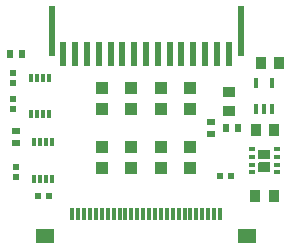
<source format=gtp>
G04*
G04 #@! TF.GenerationSoftware,Altium Limited,Altium Designer,20.0.13 (296)*
G04*
G04 Layer_Color=8421504*
%FSLAX44Y44*%
%MOMM*%
G71*
G01*
G75*
%ADD13R,0.3000X0.8000*%
%ADD14R,1.6500X1.3000*%
%ADD15R,0.3000X1.0000*%
%ADD16R,1.1000X1.1000*%
G04:AMPARAMS|DCode=17|XSize=0.5mm|YSize=0.4mm|CornerRadius=0mm|HoleSize=0mm|Usage=FLASHONLY|Rotation=180.000|XOffset=0mm|YOffset=0mm|HoleType=Round|Shape=RoundedRectangle|*
%AMROUNDEDRECTD17*
21,1,0.5000,0.4000,0,0,180.0*
21,1,0.5000,0.4000,0,0,180.0*
1,1,0.0000,-0.2500,0.2000*
1,1,0.0000,0.2500,0.2000*
1,1,0.0000,0.2500,-0.2000*
1,1,0.0000,-0.2500,-0.2000*
%
%ADD17ROUNDEDRECTD17*%
%ADD18R,0.5500X0.6500*%
%ADD19R,0.9000X1.0000*%
%ADD20R,1.0000X0.9000*%
%ADD21R,0.6500X0.5500*%
%ADD22R,0.6200X0.6200*%
%ADD23R,0.3500X0.8500*%
%ADD24R,0.6200X0.6200*%
%ADD25R,0.6000X4.2000*%
%ADD26R,0.6000X2.0000*%
G36*
X230000Y76750D02*
Y76551D01*
X229848Y76184D01*
X229566Y75902D01*
X229199Y75750D01*
X229000D01*
D01*
X221000D01*
X220801D01*
X220434Y75902D01*
X220152Y76184D01*
X220000Y76551D01*
Y76750D01*
D01*
Y82750D01*
Y82949D01*
X220152Y83316D01*
X220434Y83598D01*
X220801Y83750D01*
X221000D01*
D01*
X229000D01*
X229199D01*
X229566Y83598D01*
X229848Y83316D01*
X230000Y82949D01*
Y82750D01*
D01*
Y76750D01*
D02*
G37*
G36*
X220000Y93250D02*
Y93449D01*
X220152Y93816D01*
X220434Y94098D01*
X220801Y94250D01*
X221000D01*
D01*
X229000D01*
X229199D01*
X229566Y94098D01*
X229848Y93816D01*
X230000Y93449D01*
Y93250D01*
D01*
Y87250D01*
Y87051D01*
X229848Y86684D01*
X229566Y86402D01*
X229199Y86250D01*
X229000D01*
D01*
X221000D01*
X220801D01*
X220434Y86402D01*
X220152Y86684D01*
X220000Y87051D01*
Y87250D01*
D01*
Y93250D01*
D02*
G37*
D13*
X27500Y124500D02*
D03*
X32500D02*
D03*
X37500D02*
D03*
X42500D02*
D03*
X27500Y155500D02*
D03*
X32500D02*
D03*
X37500D02*
D03*
X42500D02*
D03*
X30000Y69500D02*
D03*
X35000D02*
D03*
X40000D02*
D03*
X45000D02*
D03*
X30000Y100500D02*
D03*
X35000D02*
D03*
X40000D02*
D03*
X45000D02*
D03*
D14*
X39840Y21000D02*
D03*
X210340D02*
D03*
D15*
X187590Y40000D02*
D03*
X167590D02*
D03*
X147590D02*
D03*
X127590D02*
D03*
X122590D02*
D03*
X102590D02*
D03*
X82590D02*
D03*
X62590D02*
D03*
X177590D02*
D03*
X182590D02*
D03*
X172590D02*
D03*
X157590D02*
D03*
X162590D02*
D03*
X152590D02*
D03*
X137590D02*
D03*
X142590D02*
D03*
X132590D02*
D03*
X117590D02*
D03*
X112590D02*
D03*
X107590D02*
D03*
X92590D02*
D03*
X97590D02*
D03*
X87590D02*
D03*
X72590D02*
D03*
X77590D02*
D03*
X67590D02*
D03*
D16*
X87500Y128500D02*
D03*
Y146500D02*
D03*
X112500Y128500D02*
D03*
Y146500D02*
D03*
X137500Y128500D02*
D03*
Y146500D02*
D03*
X162500Y128500D02*
D03*
Y146500D02*
D03*
X112500Y78500D02*
D03*
Y96500D02*
D03*
X162500Y78500D02*
D03*
Y96500D02*
D03*
X137500Y78500D02*
D03*
Y96500D02*
D03*
X87500Y78500D02*
D03*
Y96500D02*
D03*
D17*
X235500Y75250D02*
D03*
Y81750D02*
D03*
Y88250D02*
D03*
Y94750D02*
D03*
X214500D02*
D03*
Y88250D02*
D03*
Y81750D02*
D03*
Y75250D02*
D03*
D18*
X192500Y112500D02*
D03*
X202500D02*
D03*
X10000Y175000D02*
D03*
X20000D02*
D03*
D19*
X233000Y55000D02*
D03*
X217000D02*
D03*
X238000Y167500D02*
D03*
X222000D02*
D03*
X233750Y111250D02*
D03*
X217750D02*
D03*
D20*
X195000Y143000D02*
D03*
Y127000D02*
D03*
D21*
X180000Y117500D02*
D03*
Y107500D02*
D03*
X15000Y100000D02*
D03*
Y110000D02*
D03*
D22*
X197000Y72500D02*
D03*
X188000D02*
D03*
X33500Y55000D02*
D03*
X42500D02*
D03*
D23*
X231500Y151000D02*
D03*
Y129000D02*
D03*
X218500Y151000D02*
D03*
Y129000D02*
D03*
X225000D02*
D03*
D24*
X12500Y150500D02*
D03*
Y159500D02*
D03*
X12500Y137500D02*
D03*
Y128500D02*
D03*
X15000Y71000D02*
D03*
Y80000D02*
D03*
D25*
X205000Y195000D02*
D03*
X45000D02*
D03*
D26*
X195000Y175000D02*
D03*
X185000D02*
D03*
X175000D02*
D03*
X165000D02*
D03*
X155000D02*
D03*
X145000D02*
D03*
X135000D02*
D03*
X125000D02*
D03*
X115000D02*
D03*
X105000D02*
D03*
X95000D02*
D03*
X85000D02*
D03*
X75000D02*
D03*
X65000D02*
D03*
X55000D02*
D03*
M02*

</source>
